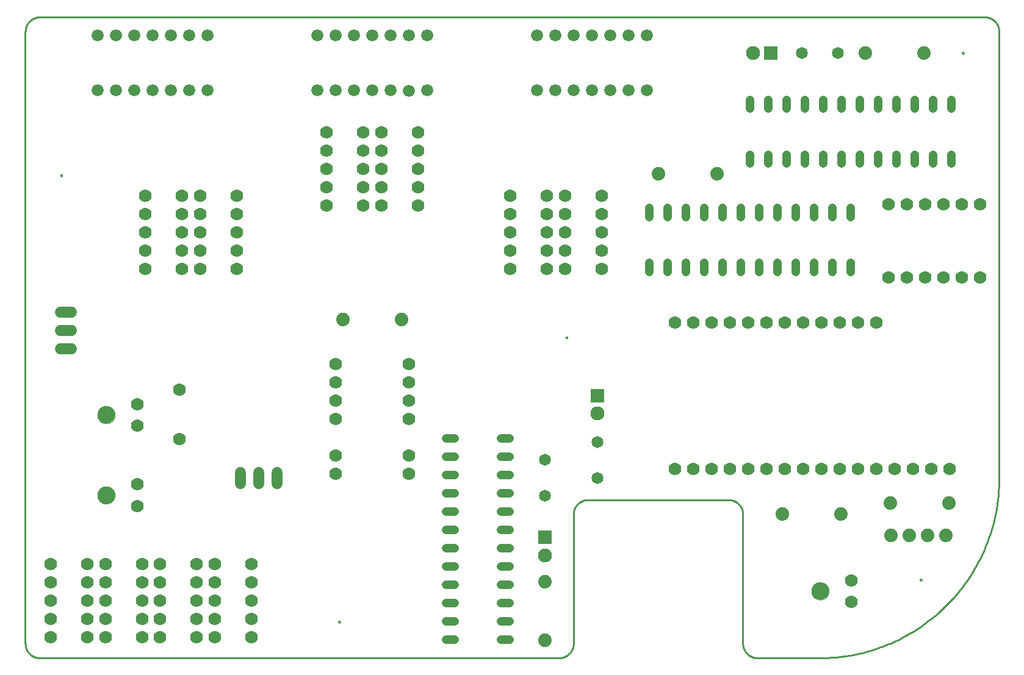
<source format=gbs>
G04 EAGLE Gerber RS-274X export*
G75*
%MOMM*%
%FSLAX34Y34*%
%LPD*%
%INSolder Mask bottom*%
%IPPOS*%
%AMOC8*
5,1,8,0,0,1.08239X$1,22.5*%
G01*
%ADD10C,0.000000*%
%ADD11C,0.304800*%
%ADD12C,0.254000*%
%ADD13C,1.778000*%
%ADD14C,1.676400*%
%ADD15C,1.219200*%
%ADD16C,1.524000*%
%ADD17C,2.410000*%
%ADD18C,1.930400*%
%ADD19R,1.930400X1.930400*%
%ADD20C,1.879600*%
%ADD21C,1.651000*%


D10*
X-46874Y-395000D02*
X-46872Y-394922D01*
X-46866Y-394845D01*
X-46856Y-394767D01*
X-46842Y-394691D01*
X-46825Y-394615D01*
X-46803Y-394540D01*
X-46778Y-394467D01*
X-46749Y-394394D01*
X-46716Y-394324D01*
X-46679Y-394255D01*
X-46640Y-394188D01*
X-46597Y-394123D01*
X-46550Y-394061D01*
X-46501Y-394001D01*
X-46448Y-393943D01*
X-46393Y-393889D01*
X-46335Y-393837D01*
X-46274Y-393788D01*
X-46211Y-393742D01*
X-46145Y-393700D01*
X-46078Y-393661D01*
X-46009Y-393626D01*
X-45938Y-393594D01*
X-45865Y-393566D01*
X-45791Y-393541D01*
X-45716Y-393521D01*
X-45640Y-393504D01*
X-45563Y-393491D01*
X-45486Y-393482D01*
X-45408Y-393477D01*
X-45331Y-393476D01*
X-45253Y-393479D01*
X-45175Y-393486D01*
X-45098Y-393497D01*
X-45022Y-393512D01*
X-44946Y-393530D01*
X-44872Y-393553D01*
X-44798Y-393579D01*
X-44727Y-393609D01*
X-44656Y-393643D01*
X-44588Y-393680D01*
X-44522Y-393721D01*
X-44457Y-393765D01*
X-44395Y-393812D01*
X-44336Y-393862D01*
X-44279Y-393916D01*
X-44225Y-393972D01*
X-44174Y-394030D01*
X-44126Y-394092D01*
X-44081Y-394155D01*
X-44040Y-394221D01*
X-44002Y-394289D01*
X-43967Y-394359D01*
X-43936Y-394430D01*
X-43909Y-394503D01*
X-43886Y-394577D01*
X-43866Y-394653D01*
X-43850Y-394729D01*
X-43838Y-394806D01*
X-43830Y-394883D01*
X-43826Y-394961D01*
X-43826Y-395039D01*
X-43830Y-395117D01*
X-43838Y-395194D01*
X-43850Y-395271D01*
X-43866Y-395347D01*
X-43886Y-395423D01*
X-43909Y-395497D01*
X-43936Y-395570D01*
X-43967Y-395641D01*
X-44002Y-395711D01*
X-44040Y-395779D01*
X-44081Y-395845D01*
X-44126Y-395908D01*
X-44174Y-395970D01*
X-44225Y-396028D01*
X-44279Y-396084D01*
X-44336Y-396138D01*
X-44395Y-396188D01*
X-44457Y-396235D01*
X-44522Y-396279D01*
X-44588Y-396320D01*
X-44656Y-396357D01*
X-44727Y-396391D01*
X-44798Y-396421D01*
X-44872Y-396447D01*
X-44946Y-396470D01*
X-45022Y-396488D01*
X-45098Y-396503D01*
X-45175Y-396514D01*
X-45253Y-396521D01*
X-45331Y-396524D01*
X-45408Y-396523D01*
X-45486Y-396518D01*
X-45563Y-396509D01*
X-45640Y-396496D01*
X-45716Y-396479D01*
X-45791Y-396459D01*
X-45865Y-396434D01*
X-45938Y-396406D01*
X-46009Y-396374D01*
X-46078Y-396339D01*
X-46145Y-396300D01*
X-46211Y-396258D01*
X-46274Y-396212D01*
X-46335Y-396163D01*
X-46393Y-396111D01*
X-46448Y-396057D01*
X-46501Y-395999D01*
X-46550Y-395939D01*
X-46597Y-395877D01*
X-46640Y-395812D01*
X-46679Y-395745D01*
X-46716Y-395676D01*
X-46749Y-395606D01*
X-46778Y-395533D01*
X-46803Y-395460D01*
X-46825Y-395385D01*
X-46842Y-395309D01*
X-46856Y-395233D01*
X-46866Y-395155D01*
X-46872Y-395078D01*
X-46874Y-395000D01*
D11*
X-45350Y-395000D03*
D10*
X759896Y-336420D02*
X759898Y-336342D01*
X759904Y-336265D01*
X759914Y-336187D01*
X759928Y-336111D01*
X759945Y-336035D01*
X759967Y-335960D01*
X759992Y-335887D01*
X760021Y-335814D01*
X760054Y-335744D01*
X760091Y-335675D01*
X760130Y-335608D01*
X760173Y-335543D01*
X760220Y-335481D01*
X760269Y-335421D01*
X760322Y-335363D01*
X760377Y-335309D01*
X760435Y-335257D01*
X760496Y-335208D01*
X760559Y-335162D01*
X760625Y-335120D01*
X760692Y-335081D01*
X760761Y-335046D01*
X760832Y-335014D01*
X760905Y-334986D01*
X760979Y-334961D01*
X761054Y-334941D01*
X761130Y-334924D01*
X761207Y-334911D01*
X761284Y-334902D01*
X761362Y-334897D01*
X761439Y-334896D01*
X761517Y-334899D01*
X761595Y-334906D01*
X761672Y-334917D01*
X761748Y-334932D01*
X761824Y-334950D01*
X761898Y-334973D01*
X761972Y-334999D01*
X762043Y-335029D01*
X762114Y-335063D01*
X762182Y-335100D01*
X762248Y-335141D01*
X762313Y-335185D01*
X762375Y-335232D01*
X762434Y-335282D01*
X762491Y-335336D01*
X762545Y-335392D01*
X762596Y-335450D01*
X762644Y-335512D01*
X762689Y-335575D01*
X762730Y-335641D01*
X762768Y-335709D01*
X762803Y-335779D01*
X762834Y-335850D01*
X762861Y-335923D01*
X762884Y-335997D01*
X762904Y-336073D01*
X762920Y-336149D01*
X762932Y-336226D01*
X762940Y-336303D01*
X762944Y-336381D01*
X762944Y-336459D01*
X762940Y-336537D01*
X762932Y-336614D01*
X762920Y-336691D01*
X762904Y-336767D01*
X762884Y-336843D01*
X762861Y-336917D01*
X762834Y-336990D01*
X762803Y-337061D01*
X762768Y-337131D01*
X762730Y-337199D01*
X762689Y-337265D01*
X762644Y-337328D01*
X762596Y-337390D01*
X762545Y-337448D01*
X762491Y-337504D01*
X762434Y-337558D01*
X762375Y-337608D01*
X762313Y-337655D01*
X762248Y-337699D01*
X762182Y-337740D01*
X762114Y-337777D01*
X762043Y-337811D01*
X761972Y-337841D01*
X761898Y-337867D01*
X761824Y-337890D01*
X761748Y-337908D01*
X761672Y-337923D01*
X761595Y-337934D01*
X761517Y-337941D01*
X761439Y-337944D01*
X761362Y-337943D01*
X761284Y-337938D01*
X761207Y-337929D01*
X761130Y-337916D01*
X761054Y-337899D01*
X760979Y-337879D01*
X760905Y-337854D01*
X760832Y-337826D01*
X760761Y-337794D01*
X760692Y-337759D01*
X760625Y-337720D01*
X760559Y-337678D01*
X760496Y-337632D01*
X760435Y-337583D01*
X760377Y-337531D01*
X760322Y-337477D01*
X760269Y-337419D01*
X760220Y-337359D01*
X760173Y-337297D01*
X760130Y-337232D01*
X760091Y-337165D01*
X760054Y-337096D01*
X760021Y-337026D01*
X759992Y-336953D01*
X759967Y-336880D01*
X759945Y-336805D01*
X759928Y-336729D01*
X759914Y-336653D01*
X759904Y-336575D01*
X759898Y-336498D01*
X759896Y-336420D01*
D11*
X761420Y-336420D03*
D10*
X268476Y0D02*
X268478Y78D01*
X268484Y155D01*
X268494Y233D01*
X268508Y309D01*
X268525Y385D01*
X268547Y460D01*
X268572Y533D01*
X268601Y606D01*
X268634Y676D01*
X268671Y745D01*
X268710Y812D01*
X268753Y877D01*
X268800Y939D01*
X268849Y999D01*
X268902Y1057D01*
X268957Y1111D01*
X269015Y1163D01*
X269076Y1212D01*
X269139Y1258D01*
X269205Y1300D01*
X269272Y1339D01*
X269341Y1374D01*
X269412Y1406D01*
X269485Y1434D01*
X269559Y1459D01*
X269634Y1479D01*
X269710Y1496D01*
X269787Y1509D01*
X269864Y1518D01*
X269942Y1523D01*
X270019Y1524D01*
X270097Y1521D01*
X270175Y1514D01*
X270252Y1503D01*
X270328Y1488D01*
X270404Y1470D01*
X270478Y1447D01*
X270552Y1421D01*
X270623Y1391D01*
X270694Y1357D01*
X270762Y1320D01*
X270828Y1279D01*
X270893Y1235D01*
X270955Y1188D01*
X271014Y1138D01*
X271071Y1084D01*
X271125Y1028D01*
X271176Y970D01*
X271224Y908D01*
X271269Y845D01*
X271310Y779D01*
X271348Y711D01*
X271383Y641D01*
X271414Y570D01*
X271441Y497D01*
X271464Y423D01*
X271484Y347D01*
X271500Y271D01*
X271512Y194D01*
X271520Y117D01*
X271524Y39D01*
X271524Y-39D01*
X271520Y-117D01*
X271512Y-194D01*
X271500Y-271D01*
X271484Y-347D01*
X271464Y-423D01*
X271441Y-497D01*
X271414Y-570D01*
X271383Y-641D01*
X271348Y-711D01*
X271310Y-779D01*
X271269Y-845D01*
X271224Y-908D01*
X271176Y-970D01*
X271125Y-1028D01*
X271071Y-1084D01*
X271014Y-1138D01*
X270955Y-1188D01*
X270893Y-1235D01*
X270828Y-1279D01*
X270762Y-1320D01*
X270694Y-1357D01*
X270623Y-1391D01*
X270552Y-1421D01*
X270478Y-1447D01*
X270404Y-1470D01*
X270328Y-1488D01*
X270252Y-1503D01*
X270175Y-1514D01*
X270097Y-1521D01*
X270019Y-1524D01*
X269942Y-1523D01*
X269864Y-1518D01*
X269787Y-1509D01*
X269710Y-1496D01*
X269634Y-1479D01*
X269559Y-1459D01*
X269485Y-1434D01*
X269412Y-1406D01*
X269341Y-1374D01*
X269272Y-1339D01*
X269205Y-1300D01*
X269139Y-1258D01*
X269076Y-1212D01*
X269015Y-1163D01*
X268957Y-1111D01*
X268902Y-1057D01*
X268849Y-999D01*
X268800Y-939D01*
X268753Y-877D01*
X268710Y-812D01*
X268671Y-745D01*
X268634Y-676D01*
X268601Y-606D01*
X268572Y-533D01*
X268547Y-460D01*
X268525Y-385D01*
X268508Y-309D01*
X268494Y-233D01*
X268484Y-155D01*
X268478Y-78D01*
X268476Y0D01*
D11*
X270000Y0D03*
D10*
X-432544Y225000D02*
X-432542Y225078D01*
X-432536Y225155D01*
X-432526Y225233D01*
X-432512Y225309D01*
X-432495Y225385D01*
X-432473Y225460D01*
X-432448Y225533D01*
X-432419Y225606D01*
X-432386Y225676D01*
X-432349Y225745D01*
X-432310Y225812D01*
X-432267Y225877D01*
X-432220Y225939D01*
X-432171Y225999D01*
X-432118Y226057D01*
X-432063Y226111D01*
X-432005Y226163D01*
X-431944Y226212D01*
X-431881Y226258D01*
X-431815Y226300D01*
X-431748Y226339D01*
X-431679Y226374D01*
X-431608Y226406D01*
X-431535Y226434D01*
X-431461Y226459D01*
X-431386Y226479D01*
X-431310Y226496D01*
X-431233Y226509D01*
X-431156Y226518D01*
X-431078Y226523D01*
X-431001Y226524D01*
X-430923Y226521D01*
X-430845Y226514D01*
X-430768Y226503D01*
X-430692Y226488D01*
X-430616Y226470D01*
X-430542Y226447D01*
X-430468Y226421D01*
X-430397Y226391D01*
X-430326Y226357D01*
X-430258Y226320D01*
X-430192Y226279D01*
X-430127Y226235D01*
X-430065Y226188D01*
X-430006Y226138D01*
X-429949Y226084D01*
X-429895Y226028D01*
X-429844Y225970D01*
X-429796Y225908D01*
X-429751Y225845D01*
X-429710Y225779D01*
X-429672Y225711D01*
X-429637Y225641D01*
X-429606Y225570D01*
X-429579Y225497D01*
X-429556Y225423D01*
X-429536Y225347D01*
X-429520Y225271D01*
X-429508Y225194D01*
X-429500Y225117D01*
X-429496Y225039D01*
X-429496Y224961D01*
X-429500Y224883D01*
X-429508Y224806D01*
X-429520Y224729D01*
X-429536Y224653D01*
X-429556Y224577D01*
X-429579Y224503D01*
X-429606Y224430D01*
X-429637Y224359D01*
X-429672Y224289D01*
X-429710Y224221D01*
X-429751Y224155D01*
X-429796Y224092D01*
X-429844Y224030D01*
X-429895Y223972D01*
X-429949Y223916D01*
X-430006Y223862D01*
X-430065Y223812D01*
X-430127Y223765D01*
X-430192Y223721D01*
X-430258Y223680D01*
X-430326Y223643D01*
X-430397Y223609D01*
X-430468Y223579D01*
X-430542Y223553D01*
X-430616Y223530D01*
X-430692Y223512D01*
X-430768Y223497D01*
X-430845Y223486D01*
X-430923Y223479D01*
X-431001Y223476D01*
X-431078Y223477D01*
X-431156Y223482D01*
X-431233Y223491D01*
X-431310Y223504D01*
X-431386Y223521D01*
X-431461Y223541D01*
X-431535Y223566D01*
X-431608Y223594D01*
X-431679Y223626D01*
X-431748Y223661D01*
X-431815Y223700D01*
X-431881Y223742D01*
X-431944Y223788D01*
X-432005Y223837D01*
X-432063Y223889D01*
X-432118Y223943D01*
X-432171Y224001D01*
X-432220Y224061D01*
X-432267Y224123D01*
X-432310Y224188D01*
X-432349Y224255D01*
X-432386Y224324D01*
X-432419Y224394D01*
X-432448Y224467D01*
X-432473Y224540D01*
X-432495Y224615D01*
X-432512Y224691D01*
X-432526Y224767D01*
X-432536Y224845D01*
X-432542Y224922D01*
X-432544Y225000D01*
D11*
X-431020Y225000D03*
D10*
X818476Y395000D02*
X818478Y395078D01*
X818484Y395155D01*
X818494Y395233D01*
X818508Y395309D01*
X818525Y395385D01*
X818547Y395460D01*
X818572Y395533D01*
X818601Y395606D01*
X818634Y395676D01*
X818671Y395745D01*
X818710Y395812D01*
X818753Y395877D01*
X818800Y395939D01*
X818849Y395999D01*
X818902Y396057D01*
X818957Y396111D01*
X819015Y396163D01*
X819076Y396212D01*
X819139Y396258D01*
X819205Y396300D01*
X819272Y396339D01*
X819341Y396374D01*
X819412Y396406D01*
X819485Y396434D01*
X819559Y396459D01*
X819634Y396479D01*
X819710Y396496D01*
X819787Y396509D01*
X819864Y396518D01*
X819942Y396523D01*
X820019Y396524D01*
X820097Y396521D01*
X820175Y396514D01*
X820252Y396503D01*
X820328Y396488D01*
X820404Y396470D01*
X820478Y396447D01*
X820552Y396421D01*
X820623Y396391D01*
X820694Y396357D01*
X820762Y396320D01*
X820828Y396279D01*
X820893Y396235D01*
X820955Y396188D01*
X821014Y396138D01*
X821071Y396084D01*
X821125Y396028D01*
X821176Y395970D01*
X821224Y395908D01*
X821269Y395845D01*
X821310Y395779D01*
X821348Y395711D01*
X821383Y395641D01*
X821414Y395570D01*
X821441Y395497D01*
X821464Y395423D01*
X821484Y395347D01*
X821500Y395271D01*
X821512Y395194D01*
X821520Y395117D01*
X821524Y395039D01*
X821524Y394961D01*
X821520Y394883D01*
X821512Y394806D01*
X821500Y394729D01*
X821484Y394653D01*
X821464Y394577D01*
X821441Y394503D01*
X821414Y394430D01*
X821383Y394359D01*
X821348Y394289D01*
X821310Y394221D01*
X821269Y394155D01*
X821224Y394092D01*
X821176Y394030D01*
X821125Y393972D01*
X821071Y393916D01*
X821014Y393862D01*
X820955Y393812D01*
X820893Y393765D01*
X820828Y393721D01*
X820762Y393680D01*
X820694Y393643D01*
X820623Y393609D01*
X820552Y393579D01*
X820478Y393553D01*
X820404Y393530D01*
X820328Y393512D01*
X820252Y393497D01*
X820175Y393486D01*
X820097Y393479D01*
X820019Y393476D01*
X819942Y393477D01*
X819864Y393482D01*
X819787Y393491D01*
X819710Y393504D01*
X819634Y393521D01*
X819559Y393541D01*
X819485Y393566D01*
X819412Y393594D01*
X819341Y393626D01*
X819272Y393661D01*
X819205Y393700D01*
X819139Y393742D01*
X819076Y393788D01*
X819015Y393837D01*
X818957Y393889D01*
X818902Y393943D01*
X818849Y394001D01*
X818800Y394061D01*
X818753Y394123D01*
X818710Y394188D01*
X818671Y394255D01*
X818634Y394324D01*
X818601Y394394D01*
X818572Y394467D01*
X818547Y394540D01*
X818525Y394615D01*
X818508Y394691D01*
X818494Y394767D01*
X818484Y394845D01*
X818478Y394922D01*
X818476Y395000D01*
D11*
X820000Y395000D03*
D12*
X-481020Y424680D02*
X-481020Y-424680D01*
X-481014Y-425171D01*
X-480996Y-425662D01*
X-480967Y-426152D01*
X-480925Y-426641D01*
X-480872Y-427129D01*
X-480807Y-427616D01*
X-480730Y-428101D01*
X-480641Y-428584D01*
X-480541Y-429065D01*
X-480430Y-429543D01*
X-480306Y-430018D01*
X-480172Y-430490D01*
X-480025Y-430959D01*
X-479868Y-431424D01*
X-479700Y-431886D01*
X-479520Y-432343D01*
X-479329Y-432795D01*
X-479128Y-433243D01*
X-478915Y-433686D01*
X-478692Y-434123D01*
X-478459Y-434555D01*
X-478215Y-434981D01*
X-477961Y-435402D01*
X-477697Y-435816D01*
X-477423Y-436223D01*
X-477139Y-436624D01*
X-476846Y-437018D01*
X-476543Y-437404D01*
X-476231Y-437783D01*
X-475910Y-438155D01*
X-475580Y-438518D01*
X-475241Y-438874D01*
X-474894Y-439221D01*
X-474538Y-439560D01*
X-474175Y-439890D01*
X-473803Y-440211D01*
X-473424Y-440523D01*
X-473038Y-440826D01*
X-472644Y-441119D01*
X-472243Y-441403D01*
X-471836Y-441677D01*
X-471422Y-441941D01*
X-471001Y-442195D01*
X-470575Y-442439D01*
X-470143Y-442672D01*
X-469706Y-442895D01*
X-469263Y-443108D01*
X-468815Y-443309D01*
X-468363Y-443500D01*
X-467906Y-443680D01*
X-467444Y-443848D01*
X-466979Y-444005D01*
X-466510Y-444152D01*
X-466038Y-444286D01*
X-465563Y-444410D01*
X-465085Y-444521D01*
X-464604Y-444621D01*
X-464121Y-444710D01*
X-463636Y-444787D01*
X-463149Y-444852D01*
X-462661Y-444905D01*
X-462172Y-444947D01*
X-461682Y-444976D01*
X-461191Y-444994D01*
X-460700Y-445000D01*
X259180Y-445000D01*
X259671Y-444994D01*
X260162Y-444976D01*
X260652Y-444947D01*
X261141Y-444905D01*
X261629Y-444852D01*
X262116Y-444787D01*
X262601Y-444710D01*
X263084Y-444621D01*
X263565Y-444521D01*
X264043Y-444410D01*
X264518Y-444286D01*
X264990Y-444152D01*
X265459Y-444005D01*
X265924Y-443848D01*
X266386Y-443680D01*
X266843Y-443500D01*
X267295Y-443309D01*
X267743Y-443108D01*
X268186Y-442895D01*
X268623Y-442672D01*
X269055Y-442439D01*
X269481Y-442195D01*
X269902Y-441941D01*
X270316Y-441677D01*
X270723Y-441403D01*
X271124Y-441119D01*
X271518Y-440826D01*
X271904Y-440523D01*
X272283Y-440211D01*
X272655Y-439890D01*
X273018Y-439560D01*
X273374Y-439221D01*
X273721Y-438874D01*
X274060Y-438518D01*
X274390Y-438155D01*
X274711Y-437783D01*
X275023Y-437404D01*
X275326Y-437018D01*
X275619Y-436624D01*
X275903Y-436223D01*
X276177Y-435816D01*
X276441Y-435402D01*
X276695Y-434981D01*
X276939Y-434555D01*
X277172Y-434123D01*
X277395Y-433686D01*
X277608Y-433243D01*
X277809Y-432795D01*
X278000Y-432343D01*
X278180Y-431886D01*
X278348Y-431424D01*
X278505Y-430959D01*
X278652Y-430490D01*
X278786Y-430018D01*
X278910Y-429543D01*
X279021Y-429065D01*
X279121Y-428584D01*
X279210Y-428101D01*
X279287Y-427616D01*
X279352Y-427129D01*
X279405Y-426641D01*
X279447Y-426152D01*
X279476Y-425662D01*
X279494Y-425171D01*
X279500Y-424680D01*
X279500Y-245534D01*
X279506Y-245043D01*
X279524Y-244552D01*
X279553Y-244062D01*
X279595Y-243573D01*
X279648Y-243085D01*
X279713Y-242598D01*
X279790Y-242113D01*
X279879Y-241630D01*
X279979Y-241149D01*
X280090Y-240671D01*
X280214Y-240196D01*
X280348Y-239724D01*
X280495Y-239255D01*
X280652Y-238790D01*
X280820Y-238328D01*
X281000Y-237871D01*
X281191Y-237419D01*
X281392Y-236971D01*
X281605Y-236528D01*
X281828Y-236091D01*
X282061Y-235659D01*
X282305Y-235233D01*
X282559Y-234812D01*
X282823Y-234398D01*
X283097Y-233991D01*
X283381Y-233590D01*
X283674Y-233196D01*
X283977Y-232810D01*
X284289Y-232431D01*
X284610Y-232059D01*
X284940Y-231696D01*
X285279Y-231340D01*
X285626Y-230993D01*
X285982Y-230654D01*
X286345Y-230324D01*
X286717Y-230003D01*
X287096Y-229691D01*
X287482Y-229388D01*
X287876Y-229095D01*
X288277Y-228811D01*
X288684Y-228537D01*
X289098Y-228273D01*
X289519Y-228019D01*
X289945Y-227775D01*
X290377Y-227542D01*
X290814Y-227319D01*
X291257Y-227106D01*
X291705Y-226905D01*
X292157Y-226714D01*
X292614Y-226534D01*
X293076Y-226366D01*
X293541Y-226209D01*
X294010Y-226062D01*
X294482Y-225928D01*
X294957Y-225804D01*
X295435Y-225693D01*
X295916Y-225593D01*
X296399Y-225504D01*
X296884Y-225427D01*
X297371Y-225362D01*
X297859Y-225309D01*
X298348Y-225267D01*
X298838Y-225238D01*
X299329Y-225220D01*
X299820Y-225214D01*
X494180Y-225214D01*
X494671Y-225220D01*
X495162Y-225238D01*
X495652Y-225267D01*
X496141Y-225309D01*
X496629Y-225362D01*
X497116Y-225427D01*
X497601Y-225504D01*
X498084Y-225593D01*
X498565Y-225693D01*
X499043Y-225804D01*
X499518Y-225928D01*
X499990Y-226062D01*
X500459Y-226209D01*
X500924Y-226366D01*
X501386Y-226534D01*
X501843Y-226714D01*
X502295Y-226905D01*
X502743Y-227106D01*
X503186Y-227319D01*
X503623Y-227542D01*
X504055Y-227775D01*
X504481Y-228019D01*
X504902Y-228273D01*
X505316Y-228537D01*
X505723Y-228811D01*
X506124Y-229095D01*
X506518Y-229388D01*
X506904Y-229691D01*
X507283Y-230003D01*
X507655Y-230324D01*
X508018Y-230654D01*
X508374Y-230993D01*
X508721Y-231340D01*
X509060Y-231696D01*
X509390Y-232059D01*
X509711Y-232431D01*
X510023Y-232810D01*
X510326Y-233196D01*
X510619Y-233590D01*
X510903Y-233991D01*
X511177Y-234398D01*
X511441Y-234812D01*
X511695Y-235233D01*
X511939Y-235659D01*
X512172Y-236091D01*
X512395Y-236528D01*
X512608Y-236971D01*
X512809Y-237419D01*
X513000Y-237871D01*
X513180Y-238328D01*
X513348Y-238790D01*
X513505Y-239255D01*
X513652Y-239724D01*
X513786Y-240196D01*
X513910Y-240671D01*
X514021Y-241149D01*
X514121Y-241630D01*
X514210Y-242113D01*
X514287Y-242598D01*
X514352Y-243085D01*
X514405Y-243573D01*
X514447Y-244062D01*
X514476Y-244552D01*
X514494Y-245043D01*
X514500Y-245534D01*
X514500Y-424680D01*
X514506Y-425171D01*
X514524Y-425662D01*
X514553Y-426152D01*
X514595Y-426641D01*
X514648Y-427129D01*
X514713Y-427616D01*
X514790Y-428101D01*
X514879Y-428584D01*
X514979Y-429065D01*
X515090Y-429543D01*
X515214Y-430018D01*
X515348Y-430490D01*
X515495Y-430959D01*
X515652Y-431424D01*
X515820Y-431886D01*
X516000Y-432343D01*
X516191Y-432795D01*
X516392Y-433243D01*
X516605Y-433686D01*
X516828Y-434123D01*
X517061Y-434555D01*
X517305Y-434981D01*
X517559Y-435402D01*
X517823Y-435816D01*
X518097Y-436223D01*
X518381Y-436624D01*
X518674Y-437018D01*
X518977Y-437404D01*
X519289Y-437783D01*
X519610Y-438155D01*
X519940Y-438518D01*
X520279Y-438874D01*
X520626Y-439221D01*
X520982Y-439560D01*
X521345Y-439890D01*
X521717Y-440211D01*
X522096Y-440523D01*
X522482Y-440826D01*
X522876Y-441119D01*
X523277Y-441403D01*
X523684Y-441677D01*
X524098Y-441941D01*
X524519Y-442195D01*
X524945Y-442439D01*
X525377Y-442672D01*
X525814Y-442895D01*
X526257Y-443108D01*
X526705Y-443309D01*
X527157Y-443500D01*
X527614Y-443680D01*
X528076Y-443848D01*
X528541Y-444005D01*
X529010Y-444152D01*
X529482Y-444286D01*
X529957Y-444410D01*
X530435Y-444521D01*
X530916Y-444621D01*
X531399Y-444710D01*
X531884Y-444787D01*
X532371Y-444852D01*
X532859Y-444905D01*
X533348Y-444947D01*
X533838Y-444976D01*
X534329Y-444994D01*
X534820Y-445000D01*
X620000Y-445000D01*
X626041Y-444927D01*
X632078Y-444708D01*
X638109Y-444343D01*
X644128Y-443833D01*
X650134Y-443177D01*
X656122Y-442377D01*
X662089Y-441432D01*
X668032Y-440343D01*
X673946Y-439110D01*
X679829Y-437735D01*
X685677Y-436219D01*
X691486Y-434561D01*
X697254Y-432764D01*
X702977Y-430828D01*
X708651Y-428754D01*
X714274Y-426544D01*
X719841Y-424198D01*
X725350Y-421719D01*
X730798Y-419107D01*
X736181Y-416364D01*
X741496Y-413492D01*
X746740Y-410492D01*
X751910Y-407367D01*
X757003Y-404118D01*
X762016Y-400746D01*
X766946Y-397254D01*
X771791Y-393644D01*
X776546Y-389919D01*
X781211Y-386079D01*
X785781Y-382128D01*
X790254Y-378067D01*
X794628Y-373900D01*
X798900Y-369628D01*
X803067Y-365254D01*
X807128Y-360781D01*
X811079Y-356211D01*
X814919Y-351546D01*
X818644Y-346791D01*
X822254Y-341946D01*
X825746Y-337016D01*
X829118Y-332003D01*
X832367Y-326910D01*
X835492Y-321740D01*
X838492Y-316496D01*
X841364Y-311181D01*
X844107Y-305798D01*
X846719Y-300350D01*
X849198Y-294841D01*
X851544Y-289274D01*
X853754Y-283651D01*
X855828Y-277977D01*
X857764Y-272254D01*
X859561Y-266486D01*
X861219Y-260677D01*
X862735Y-254829D01*
X864110Y-248946D01*
X865343Y-243032D01*
X866432Y-237089D01*
X867377Y-231122D01*
X868177Y-225134D01*
X868833Y-219128D01*
X869343Y-213109D01*
X869708Y-207078D01*
X869927Y-201041D01*
X870000Y-195000D01*
X870000Y424680D01*
X869994Y425171D01*
X869976Y425662D01*
X869947Y426152D01*
X869905Y426641D01*
X869852Y427129D01*
X869787Y427616D01*
X869710Y428101D01*
X869621Y428584D01*
X869521Y429065D01*
X869410Y429543D01*
X869286Y430018D01*
X869152Y430490D01*
X869005Y430959D01*
X868848Y431424D01*
X868680Y431886D01*
X868500Y432343D01*
X868309Y432795D01*
X868108Y433243D01*
X867895Y433686D01*
X867672Y434123D01*
X867439Y434555D01*
X867195Y434981D01*
X866941Y435402D01*
X866677Y435816D01*
X866403Y436223D01*
X866119Y436624D01*
X865826Y437018D01*
X865523Y437404D01*
X865211Y437783D01*
X864890Y438155D01*
X864560Y438518D01*
X864221Y438874D01*
X863874Y439221D01*
X863518Y439560D01*
X863155Y439890D01*
X862783Y440211D01*
X862404Y440523D01*
X862018Y440826D01*
X861624Y441119D01*
X861223Y441403D01*
X860816Y441677D01*
X860402Y441941D01*
X859981Y442195D01*
X859555Y442439D01*
X859123Y442672D01*
X858686Y442895D01*
X858243Y443108D01*
X857795Y443309D01*
X857343Y443500D01*
X856886Y443680D01*
X856424Y443848D01*
X855959Y444005D01*
X855490Y444152D01*
X855018Y444286D01*
X854543Y444410D01*
X854065Y444521D01*
X853584Y444621D01*
X853101Y444710D01*
X852616Y444787D01*
X852129Y444852D01*
X851641Y444905D01*
X851152Y444947D01*
X850662Y444976D01*
X850171Y444994D01*
X849680Y445000D01*
X-460700Y445000D01*
X-461191Y444994D01*
X-461682Y444976D01*
X-462172Y444947D01*
X-462661Y444905D01*
X-463149Y444852D01*
X-463636Y444787D01*
X-464121Y444710D01*
X-464604Y444621D01*
X-465085Y444521D01*
X-465563Y444410D01*
X-466038Y444286D01*
X-466510Y444152D01*
X-466979Y444005D01*
X-467444Y443848D01*
X-467906Y443680D01*
X-468363Y443500D01*
X-468815Y443309D01*
X-469263Y443108D01*
X-469706Y442895D01*
X-470143Y442672D01*
X-470575Y442439D01*
X-471001Y442195D01*
X-471422Y441941D01*
X-471836Y441677D01*
X-472243Y441403D01*
X-472644Y441119D01*
X-473038Y440826D01*
X-473424Y440523D01*
X-473803Y440211D01*
X-474175Y439890D01*
X-474538Y439560D01*
X-474894Y439221D01*
X-475241Y438874D01*
X-475580Y438518D01*
X-475910Y438155D01*
X-476231Y437783D01*
X-476543Y437404D01*
X-476846Y437018D01*
X-477139Y436624D01*
X-477423Y436223D01*
X-477697Y435816D01*
X-477961Y435402D01*
X-478215Y434981D01*
X-478459Y434555D01*
X-478692Y434123D01*
X-478915Y433686D01*
X-479128Y433243D01*
X-479329Y432795D01*
X-479520Y432343D01*
X-479700Y431886D01*
X-479868Y431424D01*
X-480025Y430959D01*
X-480172Y430490D01*
X-480306Y430018D01*
X-480430Y429543D01*
X-480541Y429065D01*
X-480641Y428584D01*
X-480730Y428101D01*
X-480807Y427616D01*
X-480872Y427129D01*
X-480925Y426641D01*
X-480967Y426152D01*
X-480996Y425662D01*
X-481014Y425171D01*
X-481020Y424680D01*
D13*
X699806Y21042D03*
X674406Y21042D03*
X649006Y21042D03*
X623606Y21042D03*
X598206Y21042D03*
X572806Y21042D03*
X547406Y21042D03*
X522006Y21042D03*
X496606Y21042D03*
X471206Y21042D03*
X445806Y21042D03*
X420406Y21042D03*
X699806Y-182158D03*
X674406Y-182158D03*
X649006Y-182158D03*
X623606Y-182158D03*
X598206Y-182158D03*
X572806Y-182158D03*
X547406Y-182158D03*
X522006Y-182158D03*
X496606Y-182158D03*
X471206Y-182158D03*
X445806Y-182158D03*
X420406Y-182158D03*
X725206Y-182158D03*
X750606Y-182158D03*
X776006Y-182158D03*
X801406Y-182158D03*
D14*
X-75745Y343684D03*
X-50345Y343684D03*
X-24945Y343684D03*
X455Y343684D03*
X25855Y343684D03*
X51001Y342922D03*
X76655Y343684D03*
X76671Y419748D03*
X51271Y419748D03*
X25871Y419748D03*
X471Y419748D03*
X-24929Y419748D03*
X-50329Y419748D03*
X-75729Y419748D03*
D15*
X524820Y253696D02*
X524820Y241504D01*
X550220Y241504D02*
X550220Y253696D01*
X575620Y253696D02*
X575620Y241504D01*
X601020Y241504D02*
X601020Y253696D01*
X626420Y253696D02*
X626420Y241504D01*
X651820Y241504D02*
X651820Y253696D01*
X677220Y253696D02*
X677220Y241504D01*
X702620Y241504D02*
X702620Y253696D01*
X728020Y253696D02*
X728020Y241504D01*
X753420Y241504D02*
X753420Y253696D01*
X778820Y253696D02*
X778820Y241504D01*
X804220Y241504D02*
X804220Y253696D01*
X804220Y317704D02*
X804220Y329896D01*
X778820Y329896D02*
X778820Y317704D01*
X753420Y317704D02*
X753420Y329896D01*
X728020Y329896D02*
X728020Y317704D01*
X702620Y317704D02*
X702620Y329896D01*
X677220Y329896D02*
X677220Y317704D01*
X651820Y317704D02*
X651820Y329896D01*
X626420Y329896D02*
X626420Y317704D01*
X601020Y317704D02*
X601020Y329896D01*
X575620Y329896D02*
X575620Y317704D01*
X550220Y317704D02*
X550220Y329896D01*
X524820Y329896D02*
X524820Y317704D01*
X191016Y-419160D02*
X178824Y-419160D01*
X178824Y-393760D02*
X191016Y-393760D01*
X191016Y-368360D02*
X178824Y-368360D01*
X178824Y-342960D02*
X191016Y-342960D01*
X191016Y-317560D02*
X178824Y-317560D01*
X178824Y-292160D02*
X191016Y-292160D01*
X191016Y-266760D02*
X178824Y-266760D01*
X178824Y-241360D02*
X191016Y-241360D01*
X191016Y-215960D02*
X178824Y-215960D01*
X178824Y-190560D02*
X191016Y-190560D01*
X191016Y-165160D02*
X178824Y-165160D01*
X178824Y-139760D02*
X191016Y-139760D01*
X114816Y-139760D02*
X102624Y-139760D01*
X102624Y-165160D02*
X114816Y-165160D01*
X114816Y-190560D02*
X102624Y-190560D01*
X102624Y-215960D02*
X114816Y-215960D01*
X114816Y-241360D02*
X102624Y-241360D01*
X102624Y-266760D02*
X114816Y-266760D01*
X114816Y-292160D02*
X102624Y-292160D01*
X102624Y-317560D02*
X114816Y-317560D01*
X114816Y-342960D02*
X102624Y-342960D01*
X102624Y-368360D02*
X114816Y-368360D01*
X114816Y-393760D02*
X102624Y-393760D01*
X102624Y-419160D02*
X114816Y-419160D01*
X384660Y91184D02*
X384660Y103376D01*
X410060Y103376D02*
X410060Y91184D01*
X435460Y91184D02*
X435460Y103376D01*
X460860Y103376D02*
X460860Y91184D01*
X486260Y91184D02*
X486260Y103376D01*
X511660Y103376D02*
X511660Y91184D01*
X537060Y91184D02*
X537060Y103376D01*
X562460Y103376D02*
X562460Y91184D01*
X587860Y91184D02*
X587860Y103376D01*
X613260Y103376D02*
X613260Y91184D01*
X638660Y91184D02*
X638660Y103376D01*
X664060Y103376D02*
X664060Y91184D01*
X664060Y167384D02*
X664060Y179576D01*
X638660Y179576D02*
X638660Y167384D01*
X613260Y167384D02*
X613260Y179576D01*
X587860Y179576D02*
X587860Y167384D01*
X562460Y167384D02*
X562460Y179576D01*
X537060Y179576D02*
X537060Y167384D01*
X511660Y167384D02*
X511660Y179576D01*
X486260Y179576D02*
X486260Y167384D01*
X460860Y167384D02*
X460860Y179576D01*
X435460Y179576D02*
X435460Y167384D01*
X410060Y167384D02*
X410060Y179576D01*
X384660Y179576D02*
X384660Y167384D01*
D13*
X51260Y-113260D03*
X-50340Y-113260D03*
X51260Y-87860D03*
X51260Y-62460D03*
X51260Y-37060D03*
X-50340Y-87860D03*
X-50340Y-62460D03*
X-50340Y-37060D03*
X51260Y-164060D03*
X51260Y-189460D03*
X-50340Y-189460D03*
X-50340Y-164060D03*
X-314795Y146118D03*
X-314795Y171518D03*
X-314795Y120718D03*
X-314795Y196918D03*
X-314795Y95318D03*
X-263995Y95318D03*
X-263995Y120718D03*
X-263995Y146118D03*
X-263995Y171518D03*
X-263995Y196918D03*
X-370070Y-364932D03*
X-370070Y-339532D03*
X-370070Y-390332D03*
X-370070Y-314132D03*
X-370070Y-415732D03*
X-319270Y-415732D03*
X-319270Y-390332D03*
X-319270Y-364932D03*
X-319270Y-339532D03*
X-319270Y-314132D03*
X-446156Y-364951D03*
X-446156Y-339551D03*
X-446156Y-390351D03*
X-446156Y-314151D03*
X-446156Y-415751D03*
X-395356Y-415751D03*
X-395356Y-390351D03*
X-395356Y-364951D03*
X-395356Y-339551D03*
X-395356Y-314151D03*
X818008Y184896D03*
X818008Y83296D03*
X792608Y83296D03*
X792608Y184896D03*
X767208Y83296D03*
X767208Y184896D03*
X741808Y184896D03*
X741808Y83296D03*
X843408Y83296D03*
X843408Y184896D03*
X716408Y184896D03*
X716408Y83296D03*
D16*
X-182290Y-187770D02*
X-182290Y-203010D01*
X-156890Y-203010D02*
X-156890Y-187770D01*
X-131490Y-187770D02*
X-131490Y-203010D01*
D13*
X-267180Y-72610D03*
X-267180Y-141030D03*
D16*
X-416756Y35398D02*
X-431996Y35398D01*
X-431996Y9998D02*
X-416756Y9998D01*
X-416756Y-15402D02*
X-431996Y-15402D01*
D13*
X-325658Y-92288D03*
X-325658Y-122288D03*
D10*
X-380908Y-107288D02*
X-380904Y-106992D01*
X-380893Y-106697D01*
X-380875Y-106402D01*
X-380850Y-106107D01*
X-380817Y-105813D01*
X-380778Y-105520D01*
X-380731Y-105228D01*
X-380676Y-104937D01*
X-380615Y-104648D01*
X-380547Y-104360D01*
X-380472Y-104074D01*
X-380389Y-103790D01*
X-380300Y-103508D01*
X-380204Y-103228D01*
X-380101Y-102951D01*
X-379991Y-102677D01*
X-379874Y-102405D01*
X-379751Y-102136D01*
X-379621Y-101870D01*
X-379485Y-101608D01*
X-379343Y-101349D01*
X-379194Y-101093D01*
X-379038Y-100841D01*
X-378877Y-100593D01*
X-378710Y-100350D01*
X-378537Y-100110D01*
X-378358Y-99874D01*
X-378173Y-99644D01*
X-377982Y-99417D01*
X-377786Y-99196D01*
X-377585Y-98979D01*
X-377379Y-98767D01*
X-377167Y-98561D01*
X-376950Y-98360D01*
X-376729Y-98164D01*
X-376502Y-97973D01*
X-376272Y-97788D01*
X-376036Y-97609D01*
X-375796Y-97436D01*
X-375553Y-97269D01*
X-375305Y-97108D01*
X-375053Y-96952D01*
X-374797Y-96803D01*
X-374538Y-96661D01*
X-374276Y-96525D01*
X-374010Y-96395D01*
X-373741Y-96272D01*
X-373469Y-96155D01*
X-373195Y-96045D01*
X-372918Y-95942D01*
X-372638Y-95846D01*
X-372356Y-95757D01*
X-372072Y-95674D01*
X-371786Y-95599D01*
X-371498Y-95531D01*
X-371209Y-95470D01*
X-370918Y-95415D01*
X-370626Y-95368D01*
X-370333Y-95329D01*
X-370039Y-95296D01*
X-369744Y-95271D01*
X-369449Y-95253D01*
X-369154Y-95242D01*
X-368858Y-95238D01*
X-368562Y-95242D01*
X-368267Y-95253D01*
X-367972Y-95271D01*
X-367677Y-95296D01*
X-367383Y-95329D01*
X-367090Y-95368D01*
X-366798Y-95415D01*
X-366507Y-95470D01*
X-366218Y-95531D01*
X-365930Y-95599D01*
X-365644Y-95674D01*
X-365360Y-95757D01*
X-365078Y-95846D01*
X-364798Y-95942D01*
X-364521Y-96045D01*
X-364247Y-96155D01*
X-363975Y-96272D01*
X-363706Y-96395D01*
X-363440Y-96525D01*
X-363178Y-96661D01*
X-362919Y-96803D01*
X-362663Y-96952D01*
X-362411Y-97108D01*
X-362163Y-97269D01*
X-361920Y-97436D01*
X-361680Y-97609D01*
X-361444Y-97788D01*
X-361214Y-97973D01*
X-360987Y-98164D01*
X-360766Y-98360D01*
X-360549Y-98561D01*
X-360337Y-98767D01*
X-360131Y-98979D01*
X-359930Y-99196D01*
X-359734Y-99417D01*
X-359543Y-99644D01*
X-359358Y-99874D01*
X-359179Y-100110D01*
X-359006Y-100350D01*
X-358839Y-100593D01*
X-358678Y-100841D01*
X-358522Y-101093D01*
X-358373Y-101349D01*
X-358231Y-101608D01*
X-358095Y-101870D01*
X-357965Y-102136D01*
X-357842Y-102405D01*
X-357725Y-102677D01*
X-357615Y-102951D01*
X-357512Y-103228D01*
X-357416Y-103508D01*
X-357327Y-103790D01*
X-357244Y-104074D01*
X-357169Y-104360D01*
X-357101Y-104648D01*
X-357040Y-104937D01*
X-356985Y-105228D01*
X-356938Y-105520D01*
X-356899Y-105813D01*
X-356866Y-106107D01*
X-356841Y-106402D01*
X-356823Y-106697D01*
X-356812Y-106992D01*
X-356808Y-107288D01*
X-356812Y-107584D01*
X-356823Y-107879D01*
X-356841Y-108174D01*
X-356866Y-108469D01*
X-356899Y-108763D01*
X-356938Y-109056D01*
X-356985Y-109348D01*
X-357040Y-109639D01*
X-357101Y-109928D01*
X-357169Y-110216D01*
X-357244Y-110502D01*
X-357327Y-110786D01*
X-357416Y-111068D01*
X-357512Y-111348D01*
X-357615Y-111625D01*
X-357725Y-111899D01*
X-357842Y-112171D01*
X-357965Y-112440D01*
X-358095Y-112706D01*
X-358231Y-112968D01*
X-358373Y-113227D01*
X-358522Y-113483D01*
X-358678Y-113735D01*
X-358839Y-113983D01*
X-359006Y-114226D01*
X-359179Y-114466D01*
X-359358Y-114702D01*
X-359543Y-114932D01*
X-359734Y-115159D01*
X-359930Y-115380D01*
X-360131Y-115597D01*
X-360337Y-115809D01*
X-360549Y-116015D01*
X-360766Y-116216D01*
X-360987Y-116412D01*
X-361214Y-116603D01*
X-361444Y-116788D01*
X-361680Y-116967D01*
X-361920Y-117140D01*
X-362163Y-117307D01*
X-362411Y-117468D01*
X-362663Y-117624D01*
X-362919Y-117773D01*
X-363178Y-117915D01*
X-363440Y-118051D01*
X-363706Y-118181D01*
X-363975Y-118304D01*
X-364247Y-118421D01*
X-364521Y-118531D01*
X-364798Y-118634D01*
X-365078Y-118730D01*
X-365360Y-118819D01*
X-365644Y-118902D01*
X-365930Y-118977D01*
X-366218Y-119045D01*
X-366507Y-119106D01*
X-366798Y-119161D01*
X-367090Y-119208D01*
X-367383Y-119247D01*
X-367677Y-119280D01*
X-367972Y-119305D01*
X-368267Y-119323D01*
X-368562Y-119334D01*
X-368858Y-119338D01*
X-369154Y-119334D01*
X-369449Y-119323D01*
X-369744Y-119305D01*
X-370039Y-119280D01*
X-370333Y-119247D01*
X-370626Y-119208D01*
X-370918Y-119161D01*
X-371209Y-119106D01*
X-371498Y-119045D01*
X-371786Y-118977D01*
X-372072Y-118902D01*
X-372356Y-118819D01*
X-372638Y-118730D01*
X-372918Y-118634D01*
X-373195Y-118531D01*
X-373469Y-118421D01*
X-373741Y-118304D01*
X-374010Y-118181D01*
X-374276Y-118051D01*
X-374538Y-117915D01*
X-374797Y-117773D01*
X-375053Y-117624D01*
X-375305Y-117468D01*
X-375553Y-117307D01*
X-375796Y-117140D01*
X-376036Y-116967D01*
X-376272Y-116788D01*
X-376502Y-116603D01*
X-376729Y-116412D01*
X-376950Y-116216D01*
X-377167Y-116015D01*
X-377379Y-115809D01*
X-377585Y-115597D01*
X-377786Y-115380D01*
X-377982Y-115159D01*
X-378173Y-114932D01*
X-378358Y-114702D01*
X-378537Y-114466D01*
X-378710Y-114226D01*
X-378877Y-113983D01*
X-379038Y-113735D01*
X-379194Y-113483D01*
X-379343Y-113227D01*
X-379485Y-112968D01*
X-379621Y-112706D01*
X-379751Y-112440D01*
X-379874Y-112171D01*
X-379991Y-111899D01*
X-380101Y-111625D01*
X-380204Y-111348D01*
X-380300Y-111068D01*
X-380389Y-110786D01*
X-380472Y-110502D01*
X-380547Y-110216D01*
X-380615Y-109928D01*
X-380676Y-109639D01*
X-380731Y-109348D01*
X-380778Y-109056D01*
X-380817Y-108763D01*
X-380850Y-108469D01*
X-380875Y-108174D01*
X-380893Y-107879D01*
X-380904Y-107584D01*
X-380908Y-107288D01*
D17*
X-368858Y-107288D03*
D13*
X664920Y-337030D03*
X664920Y-367030D03*
D10*
X609670Y-352030D02*
X609674Y-351734D01*
X609685Y-351439D01*
X609703Y-351144D01*
X609728Y-350849D01*
X609761Y-350555D01*
X609800Y-350262D01*
X609847Y-349970D01*
X609902Y-349679D01*
X609963Y-349390D01*
X610031Y-349102D01*
X610106Y-348816D01*
X610189Y-348532D01*
X610278Y-348250D01*
X610374Y-347970D01*
X610477Y-347693D01*
X610587Y-347419D01*
X610704Y-347147D01*
X610827Y-346878D01*
X610957Y-346612D01*
X611093Y-346350D01*
X611235Y-346091D01*
X611384Y-345835D01*
X611540Y-345583D01*
X611701Y-345335D01*
X611868Y-345092D01*
X612041Y-344852D01*
X612220Y-344616D01*
X612405Y-344386D01*
X612596Y-344159D01*
X612792Y-343938D01*
X612993Y-343721D01*
X613199Y-343509D01*
X613411Y-343303D01*
X613628Y-343102D01*
X613849Y-342906D01*
X614076Y-342715D01*
X614306Y-342530D01*
X614542Y-342351D01*
X614782Y-342178D01*
X615025Y-342011D01*
X615273Y-341850D01*
X615525Y-341694D01*
X615781Y-341545D01*
X616040Y-341403D01*
X616302Y-341267D01*
X616568Y-341137D01*
X616837Y-341014D01*
X617109Y-340897D01*
X617383Y-340787D01*
X617660Y-340684D01*
X617940Y-340588D01*
X618222Y-340499D01*
X618506Y-340416D01*
X618792Y-340341D01*
X619080Y-340273D01*
X619369Y-340212D01*
X619660Y-340157D01*
X619952Y-340110D01*
X620245Y-340071D01*
X620539Y-340038D01*
X620834Y-340013D01*
X621129Y-339995D01*
X621424Y-339984D01*
X621720Y-339980D01*
X622016Y-339984D01*
X622311Y-339995D01*
X622606Y-340013D01*
X622901Y-340038D01*
X623195Y-340071D01*
X623488Y-340110D01*
X623780Y-340157D01*
X624071Y-340212D01*
X624360Y-340273D01*
X624648Y-340341D01*
X624934Y-340416D01*
X625218Y-340499D01*
X625500Y-340588D01*
X625780Y-340684D01*
X626057Y-340787D01*
X626331Y-340897D01*
X626603Y-341014D01*
X626872Y-341137D01*
X627138Y-341267D01*
X627400Y-341403D01*
X627659Y-341545D01*
X627915Y-341694D01*
X628167Y-341850D01*
X628415Y-342011D01*
X628658Y-342178D01*
X628898Y-342351D01*
X629134Y-342530D01*
X629364Y-342715D01*
X629591Y-342906D01*
X629812Y-343102D01*
X630029Y-343303D01*
X630241Y-343509D01*
X630447Y-343721D01*
X630648Y-343938D01*
X630844Y-344159D01*
X631035Y-344386D01*
X631220Y-344616D01*
X631399Y-344852D01*
X631572Y-345092D01*
X631739Y-345335D01*
X631900Y-345583D01*
X632056Y-345835D01*
X632205Y-346091D01*
X632347Y-346350D01*
X632483Y-346612D01*
X632613Y-346878D01*
X632736Y-347147D01*
X632853Y-347419D01*
X632963Y-347693D01*
X633066Y-347970D01*
X633162Y-348250D01*
X633251Y-348532D01*
X633334Y-348816D01*
X633409Y-349102D01*
X633477Y-349390D01*
X633538Y-349679D01*
X633593Y-349970D01*
X633640Y-350262D01*
X633679Y-350555D01*
X633712Y-350849D01*
X633737Y-351144D01*
X633755Y-351439D01*
X633766Y-351734D01*
X633770Y-352030D01*
X633766Y-352326D01*
X633755Y-352621D01*
X633737Y-352916D01*
X633712Y-353211D01*
X633679Y-353505D01*
X633640Y-353798D01*
X633593Y-354090D01*
X633538Y-354381D01*
X633477Y-354670D01*
X633409Y-354958D01*
X633334Y-355244D01*
X633251Y-355528D01*
X633162Y-355810D01*
X633066Y-356090D01*
X632963Y-356367D01*
X632853Y-356641D01*
X632736Y-356913D01*
X632613Y-357182D01*
X632483Y-357448D01*
X632347Y-357710D01*
X632205Y-357969D01*
X632056Y-358225D01*
X631900Y-358477D01*
X631739Y-358725D01*
X631572Y-358968D01*
X631399Y-359208D01*
X631220Y-359444D01*
X631035Y-359674D01*
X630844Y-359901D01*
X630648Y-360122D01*
X630447Y-360339D01*
X630241Y-360551D01*
X630029Y-360757D01*
X629812Y-360958D01*
X629591Y-361154D01*
X629364Y-361345D01*
X629134Y-361530D01*
X628898Y-361709D01*
X628658Y-361882D01*
X628415Y-362049D01*
X628167Y-362210D01*
X627915Y-362366D01*
X627659Y-362515D01*
X627400Y-362657D01*
X627138Y-362793D01*
X626872Y-362923D01*
X626603Y-363046D01*
X626331Y-363163D01*
X626057Y-363273D01*
X625780Y-363376D01*
X625500Y-363472D01*
X625218Y-363561D01*
X624934Y-363644D01*
X624648Y-363719D01*
X624360Y-363787D01*
X624071Y-363848D01*
X623780Y-363903D01*
X623488Y-363950D01*
X623195Y-363989D01*
X622901Y-364022D01*
X622606Y-364047D01*
X622311Y-364065D01*
X622016Y-364076D01*
X621720Y-364080D01*
X621424Y-364076D01*
X621129Y-364065D01*
X620834Y-364047D01*
X620539Y-364022D01*
X620245Y-363989D01*
X619952Y-363950D01*
X619660Y-363903D01*
X619369Y-363848D01*
X619080Y-363787D01*
X618792Y-363719D01*
X618506Y-363644D01*
X618222Y-363561D01*
X617940Y-363472D01*
X617660Y-363376D01*
X617383Y-363273D01*
X617109Y-363163D01*
X616837Y-363046D01*
X616568Y-362923D01*
X616302Y-362793D01*
X616040Y-362657D01*
X615781Y-362515D01*
X615525Y-362366D01*
X615273Y-362210D01*
X615025Y-362049D01*
X614782Y-361882D01*
X614542Y-361709D01*
X614306Y-361530D01*
X614076Y-361345D01*
X613849Y-361154D01*
X613628Y-360958D01*
X613411Y-360757D01*
X613199Y-360551D01*
X612993Y-360339D01*
X612792Y-360122D01*
X612596Y-359901D01*
X612405Y-359674D01*
X612220Y-359444D01*
X612041Y-359208D01*
X611868Y-358968D01*
X611701Y-358725D01*
X611540Y-358477D01*
X611384Y-358225D01*
X611235Y-357969D01*
X611093Y-357710D01*
X610957Y-357448D01*
X610827Y-357182D01*
X610704Y-356913D01*
X610587Y-356641D01*
X610477Y-356367D01*
X610374Y-356090D01*
X610278Y-355810D01*
X610189Y-355528D01*
X610106Y-355244D01*
X610031Y-354958D01*
X609963Y-354670D01*
X609902Y-354381D01*
X609847Y-354090D01*
X609800Y-353798D01*
X609761Y-353505D01*
X609728Y-353211D01*
X609703Y-352916D01*
X609685Y-352621D01*
X609674Y-352326D01*
X609670Y-352030D01*
D17*
X621720Y-352030D03*
D13*
X-325720Y-203812D03*
X-325720Y-233812D03*
D10*
X-380970Y-218812D02*
X-380966Y-218516D01*
X-380955Y-218221D01*
X-380937Y-217926D01*
X-380912Y-217631D01*
X-380879Y-217337D01*
X-380840Y-217044D01*
X-380793Y-216752D01*
X-380738Y-216461D01*
X-380677Y-216172D01*
X-380609Y-215884D01*
X-380534Y-215598D01*
X-380451Y-215314D01*
X-380362Y-215032D01*
X-380266Y-214752D01*
X-380163Y-214475D01*
X-380053Y-214201D01*
X-379936Y-213929D01*
X-379813Y-213660D01*
X-379683Y-213394D01*
X-379547Y-213132D01*
X-379405Y-212873D01*
X-379256Y-212617D01*
X-379100Y-212365D01*
X-378939Y-212117D01*
X-378772Y-211874D01*
X-378599Y-211634D01*
X-378420Y-211398D01*
X-378235Y-211168D01*
X-378044Y-210941D01*
X-377848Y-210720D01*
X-377647Y-210503D01*
X-377441Y-210291D01*
X-377229Y-210085D01*
X-377012Y-209884D01*
X-376791Y-209688D01*
X-376564Y-209497D01*
X-376334Y-209312D01*
X-376098Y-209133D01*
X-375858Y-208960D01*
X-375615Y-208793D01*
X-375367Y-208632D01*
X-375115Y-208476D01*
X-374859Y-208327D01*
X-374600Y-208185D01*
X-374338Y-208049D01*
X-374072Y-207919D01*
X-373803Y-207796D01*
X-373531Y-207679D01*
X-373257Y-207569D01*
X-372980Y-207466D01*
X-372700Y-207370D01*
X-372418Y-207281D01*
X-372134Y-207198D01*
X-371848Y-207123D01*
X-371560Y-207055D01*
X-371271Y-206994D01*
X-370980Y-206939D01*
X-370688Y-206892D01*
X-370395Y-206853D01*
X-370101Y-206820D01*
X-369806Y-206795D01*
X-369511Y-206777D01*
X-369216Y-206766D01*
X-368920Y-206762D01*
X-368624Y-206766D01*
X-368329Y-206777D01*
X-368034Y-206795D01*
X-367739Y-206820D01*
X-367445Y-206853D01*
X-367152Y-206892D01*
X-366860Y-206939D01*
X-366569Y-206994D01*
X-366280Y-207055D01*
X-365992Y-207123D01*
X-365706Y-207198D01*
X-365422Y-207281D01*
X-365140Y-207370D01*
X-364860Y-207466D01*
X-364583Y-207569D01*
X-364309Y-207679D01*
X-364037Y-207796D01*
X-363768Y-207919D01*
X-363502Y-208049D01*
X-363240Y-208185D01*
X-362981Y-208327D01*
X-362725Y-208476D01*
X-362473Y-208632D01*
X-362225Y-208793D01*
X-361982Y-208960D01*
X-361742Y-209133D01*
X-361506Y-209312D01*
X-361276Y-209497D01*
X-361049Y-209688D01*
X-360828Y-209884D01*
X-360611Y-210085D01*
X-360399Y-210291D01*
X-360193Y-210503D01*
X-359992Y-210720D01*
X-359796Y-210941D01*
X-359605Y-211168D01*
X-359420Y-211398D01*
X-359241Y-211634D01*
X-359068Y-211874D01*
X-358901Y-212117D01*
X-358740Y-212365D01*
X-358584Y-212617D01*
X-358435Y-212873D01*
X-358293Y-213132D01*
X-358157Y-213394D01*
X-358027Y-213660D01*
X-357904Y-213929D01*
X-357787Y-214201D01*
X-357677Y-214475D01*
X-357574Y-214752D01*
X-357478Y-215032D01*
X-357389Y-215314D01*
X-357306Y-215598D01*
X-357231Y-215884D01*
X-357163Y-216172D01*
X-357102Y-216461D01*
X-357047Y-216752D01*
X-357000Y-217044D01*
X-356961Y-217337D01*
X-356928Y-217631D01*
X-356903Y-217926D01*
X-356885Y-218221D01*
X-356874Y-218516D01*
X-356870Y-218812D01*
X-356874Y-219108D01*
X-356885Y-219403D01*
X-356903Y-219698D01*
X-356928Y-219993D01*
X-356961Y-220287D01*
X-357000Y-220580D01*
X-357047Y-220872D01*
X-357102Y-221163D01*
X-357163Y-221452D01*
X-357231Y-221740D01*
X-357306Y-222026D01*
X-357389Y-222310D01*
X-357478Y-222592D01*
X-357574Y-222872D01*
X-357677Y-223149D01*
X-357787Y-223423D01*
X-357904Y-223695D01*
X-358027Y-223964D01*
X-358157Y-224230D01*
X-358293Y-224492D01*
X-358435Y-224751D01*
X-358584Y-225007D01*
X-358740Y-225259D01*
X-358901Y-225507D01*
X-359068Y-225750D01*
X-359241Y-225990D01*
X-359420Y-226226D01*
X-359605Y-226456D01*
X-359796Y-226683D01*
X-359992Y-226904D01*
X-360193Y-227121D01*
X-360399Y-227333D01*
X-360611Y-227539D01*
X-360828Y-227740D01*
X-361049Y-227936D01*
X-361276Y-228127D01*
X-361506Y-228312D01*
X-361742Y-228491D01*
X-361982Y-228664D01*
X-362225Y-228831D01*
X-362473Y-228992D01*
X-362725Y-229148D01*
X-362981Y-229297D01*
X-363240Y-229439D01*
X-363502Y-229575D01*
X-363768Y-229705D01*
X-364037Y-229828D01*
X-364309Y-229945D01*
X-364583Y-230055D01*
X-364860Y-230158D01*
X-365140Y-230254D01*
X-365422Y-230343D01*
X-365706Y-230426D01*
X-365992Y-230501D01*
X-366280Y-230569D01*
X-366569Y-230630D01*
X-366860Y-230685D01*
X-367152Y-230732D01*
X-367445Y-230771D01*
X-367739Y-230804D01*
X-368034Y-230829D01*
X-368329Y-230847D01*
X-368624Y-230858D01*
X-368920Y-230862D01*
X-369216Y-230858D01*
X-369511Y-230847D01*
X-369806Y-230829D01*
X-370101Y-230804D01*
X-370395Y-230771D01*
X-370688Y-230732D01*
X-370980Y-230685D01*
X-371271Y-230630D01*
X-371560Y-230569D01*
X-371848Y-230501D01*
X-372134Y-230426D01*
X-372418Y-230343D01*
X-372700Y-230254D01*
X-372980Y-230158D01*
X-373257Y-230055D01*
X-373531Y-229945D01*
X-373803Y-229828D01*
X-374072Y-229705D01*
X-374338Y-229575D01*
X-374600Y-229439D01*
X-374859Y-229297D01*
X-375115Y-229148D01*
X-375367Y-228992D01*
X-375615Y-228831D01*
X-375858Y-228664D01*
X-376098Y-228491D01*
X-376334Y-228312D01*
X-376564Y-228127D01*
X-376791Y-227936D01*
X-377012Y-227740D01*
X-377229Y-227539D01*
X-377441Y-227333D01*
X-377647Y-227121D01*
X-377848Y-226904D01*
X-378044Y-226683D01*
X-378235Y-226456D01*
X-378420Y-226226D01*
X-378599Y-225990D01*
X-378772Y-225750D01*
X-378939Y-225507D01*
X-379100Y-225259D01*
X-379256Y-225007D01*
X-379405Y-224751D01*
X-379547Y-224492D01*
X-379683Y-224230D01*
X-379813Y-223964D01*
X-379936Y-223695D01*
X-380053Y-223423D01*
X-380163Y-223149D01*
X-380266Y-222872D01*
X-380362Y-222592D01*
X-380451Y-222310D01*
X-380534Y-222026D01*
X-380609Y-221740D01*
X-380677Y-221452D01*
X-380738Y-221163D01*
X-380793Y-220872D01*
X-380840Y-220580D01*
X-380879Y-220287D01*
X-380912Y-219993D01*
X-380937Y-219698D01*
X-380955Y-219403D01*
X-380966Y-219108D01*
X-380970Y-218812D01*
D17*
X-368920Y-218812D03*
D18*
X528520Y395000D03*
D19*
X553520Y395000D03*
D20*
X684860Y395000D03*
X766140Y395000D03*
X397620Y227020D03*
X478900Y227020D03*
X239920Y-420640D03*
X239920Y-339360D03*
D21*
X596020Y395000D03*
X646020Y395000D03*
D20*
X40640Y25000D03*
X-40640Y25000D03*
X569360Y-245000D03*
X650640Y-245000D03*
D18*
X312540Y-105600D03*
D19*
X312540Y-80600D03*
D21*
X312540Y-195400D03*
X312540Y-145400D03*
D18*
X239920Y-302500D03*
D19*
X239920Y-277500D03*
D21*
X240000Y-220000D03*
X240000Y-170000D03*
D14*
X228823Y343770D03*
X254223Y343770D03*
X279623Y343770D03*
X305023Y343770D03*
X330423Y343770D03*
X355569Y343008D03*
X381223Y343770D03*
X381239Y419834D03*
X355839Y419834D03*
X330439Y419834D03*
X305039Y419834D03*
X279639Y419834D03*
X254239Y419834D03*
X228839Y419834D03*
X-380322Y343768D03*
X-354922Y343768D03*
X-329522Y343768D03*
X-304122Y343768D03*
X-278722Y343768D03*
X-253576Y343006D03*
X-227922Y343768D03*
X-227906Y419832D03*
X-253306Y419832D03*
X-278706Y419832D03*
X-304106Y419832D03*
X-329506Y419832D03*
X-354906Y419832D03*
X-380306Y419832D03*
D13*
X-217773Y-364874D03*
X-217773Y-339474D03*
X-217773Y-390274D03*
X-217773Y-314074D03*
X-217773Y-415674D03*
X-166973Y-415674D03*
X-166973Y-390274D03*
X-166973Y-364874D03*
X-166973Y-339474D03*
X-166973Y-314074D03*
X-294045Y-364930D03*
X-294045Y-339530D03*
X-294045Y-390330D03*
X-294045Y-314130D03*
X-294045Y-415730D03*
X-243245Y-415730D03*
X-243245Y-390330D03*
X-243245Y-364930D03*
X-243245Y-339530D03*
X-243245Y-314130D03*
X191646Y146068D03*
X191646Y171468D03*
X191646Y120668D03*
X191646Y196868D03*
X191646Y95268D03*
X242446Y95268D03*
X242446Y120668D03*
X242446Y146068D03*
X242446Y171468D03*
X242446Y196868D03*
X267756Y146134D03*
X267756Y171534D03*
X267756Y120734D03*
X267756Y196934D03*
X267756Y95334D03*
X318556Y95334D03*
X318556Y120734D03*
X318556Y146134D03*
X318556Y171534D03*
X318556Y196934D03*
X-238705Y146136D03*
X-238705Y171536D03*
X-238705Y120736D03*
X-238705Y196936D03*
X-238705Y95336D03*
X-187905Y95336D03*
X-187905Y120736D03*
X-187905Y146136D03*
X-187905Y171536D03*
X-187905Y196936D03*
X-63064Y234261D03*
X-63064Y259661D03*
X-63064Y208861D03*
X-63064Y285061D03*
X-63064Y183461D03*
X-12264Y183461D03*
X-12264Y208861D03*
X-12264Y234261D03*
X-12264Y259661D03*
X-12264Y285061D03*
X13136Y234248D03*
X13136Y259648D03*
X13136Y208848D03*
X13136Y285048D03*
X13136Y183448D03*
X63936Y183448D03*
X63936Y208848D03*
X63936Y234248D03*
X63936Y259648D03*
X63936Y285048D03*
D20*
X720000Y-275000D03*
X745400Y-275000D03*
X770800Y-275000D03*
X796200Y-275000D03*
X719360Y-230000D03*
X800640Y-230000D03*
M02*

</source>
